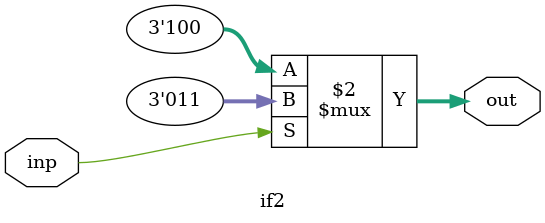
<source format=v>
module if2 (
  input        inp, 
  output [2:0] out
);

assign out = inp == 0 ? 3'd4 : 3'd3;

endmodule

</source>
